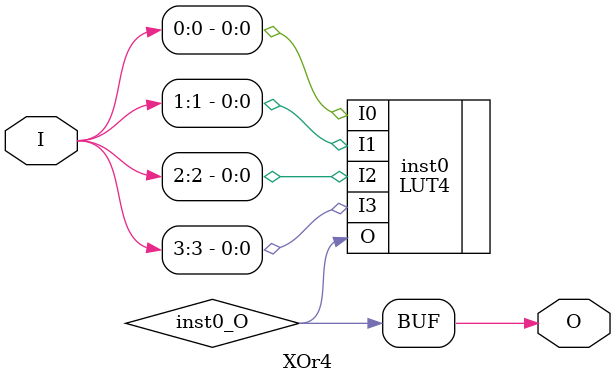
<source format=v>
module XOr4 (input [3:0] I, output  O);
wire  inst0_O;
LUT4 #(.INIT(16'h6996)) inst0 (.I0(I[0]), .I1(I[1]), .I2(I[2]), .I3(I[3]), .O(inst0_O));
assign O = inst0_O;
endmodule


</source>
